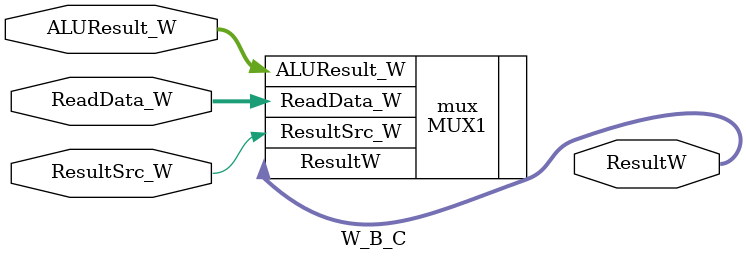
<source format=v>
`timescale 1ns / 1ps
module W_B_C(ResultSrc_W,ALUResult_W,ReadData_W,ResultW);
input ResultSrc_W;
input [31:0]ALUResult_W,ReadData_W;
//OUTPUT
output [31:0]ResultW;

MUX1 mux(.ResultSrc_W(ResultSrc_W),
        .ALUResult_W(ALUResult_W),
        .ReadData_W(ReadData_W),
        .ResultW(ResultW));
endmodule

</source>
